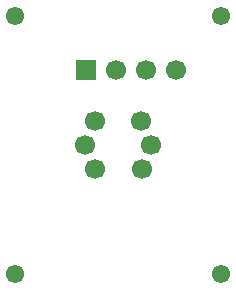
<source format=gbr>
G04 DipTrace 3.2.0.1*
G04 BottomMask.gbr*
%MOIN*%
G04 #@! TF.FileFunction,Soldermask,Bot*
G04 #@! TF.Part,Single*
%ADD21C,0.061024*%
%ADD26C,0.066929*%
%ADD28R,0.066929X0.066929*%
%FSLAX26Y26*%
G04*
G70*
G90*
G75*
G01*
G04 BotMask*
%LPD*%
D21*
X1190945Y445866D3*
Y1306102D3*
X501969D3*
Y445866D3*
D28*
X738976Y1124850D3*
D26*
X838976D3*
X938976D3*
X1038976D3*
X923760Y955845D3*
X957602Y876115D3*
X769152Y796123D3*
X735310Y875853D3*
X767764Y956178D3*
X925148Y795790D3*
M02*

</source>
